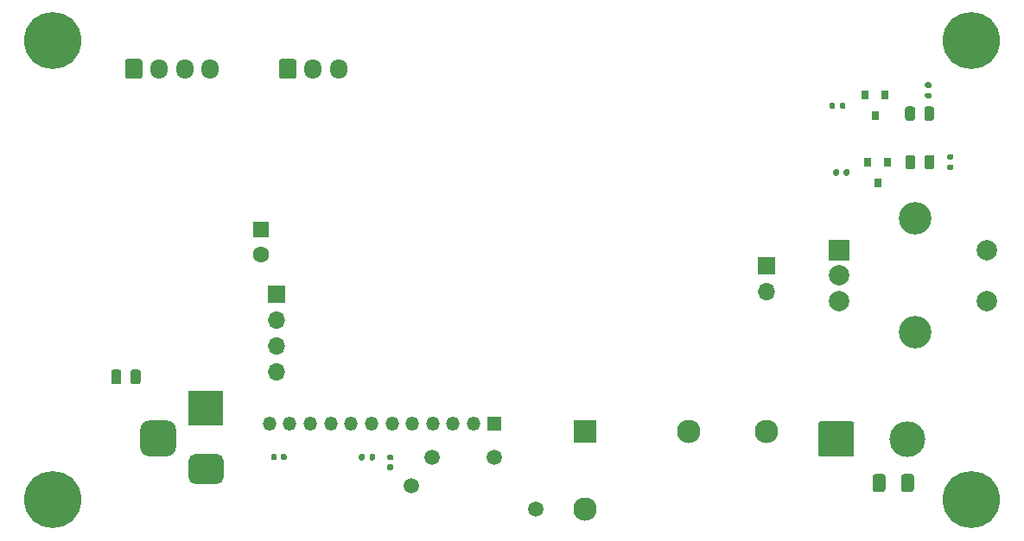
<source format=gbr>
%TF.GenerationSoftware,KiCad,Pcbnew,(5.1.10-1-10_14)*%
%TF.CreationDate,2022-07-31T12:18:55+02:00*%
%TF.ProjectId,RO Flow Counter,524f2046-6c6f-4772-9043-6f756e746572,rev?*%
%TF.SameCoordinates,Original*%
%TF.FileFunction,Soldermask,Top*%
%TF.FilePolarity,Negative*%
%FSLAX46Y46*%
G04 Gerber Fmt 4.6, Leading zero omitted, Abs format (unit mm)*
G04 Created by KiCad (PCBNEW (5.1.10-1-10_14)) date 2022-07-31 12:18:55*
%MOMM*%
%LPD*%
G01*
G04 APERTURE LIST*
%ADD10C,3.500000*%
%ADD11O,1.700000X1.700000*%
%ADD12R,1.700000X1.700000*%
%ADD13O,1.700000X1.950000*%
%ADD14C,1.500000*%
%ADD15R,3.500000X3.500000*%
%ADD16O,1.350000X1.350000*%
%ADD17R,1.350000X1.350000*%
%ADD18C,2.300000*%
%ADD19R,2.300000X2.300000*%
%ADD20R,2.000000X2.000000*%
%ADD21C,2.000000*%
%ADD22C,3.200000*%
%ADD23R,0.800000X0.900000*%
%ADD24C,5.600000*%
%ADD25C,1.600000*%
%ADD26R,1.600000X1.600000*%
G04 APERTURE END LIST*
D10*
%TO.C,J7*%
X212740000Y-99060000D03*
G36*
G01*
X203990000Y-100559999D02*
X203990000Y-97560001D01*
G75*
G02*
X204240001Y-97310000I250001J0D01*
G01*
X207239999Y-97310000D01*
G75*
G02*
X207490000Y-97560001I0J-250001D01*
G01*
X207490000Y-100559999D01*
G75*
G02*
X207239999Y-100810000I-250001J0D01*
G01*
X204240001Y-100810000D01*
G75*
G02*
X203990000Y-100559999I0J250001D01*
G01*
G37*
%TD*%
D11*
%TO.C,J1*%
X198882000Y-84582000D03*
D12*
X198882000Y-82042000D03*
%TD*%
D13*
%TO.C,J6*%
X144406000Y-62738000D03*
X141906000Y-62738000D03*
X139406000Y-62738000D03*
G36*
G01*
X136056000Y-63463000D02*
X136056000Y-62013000D01*
G75*
G02*
X136306000Y-61763000I250000J0D01*
G01*
X137506000Y-61763000D01*
G75*
G02*
X137756000Y-62013000I0J-250000D01*
G01*
X137756000Y-63463000D01*
G75*
G02*
X137506000Y-63713000I-250000J0D01*
G01*
X136306000Y-63713000D01*
G75*
G02*
X136056000Y-63463000I0J250000D01*
G01*
G37*
%TD*%
%TO.C,J5*%
X157000000Y-62738000D03*
X154500000Y-62738000D03*
G36*
G01*
X151150000Y-63463000D02*
X151150000Y-62013000D01*
G75*
G02*
X151400000Y-61763000I250000J0D01*
G01*
X152600000Y-61763000D01*
G75*
G02*
X152850000Y-62013000I0J-250000D01*
G01*
X152850000Y-63463000D01*
G75*
G02*
X152600000Y-63713000I-250000J0D01*
G01*
X151400000Y-63713000D01*
G75*
G02*
X151150000Y-63463000I0J250000D01*
G01*
G37*
%TD*%
D11*
%TO.C,J8*%
X150876000Y-92456000D03*
X150876000Y-89916000D03*
X150876000Y-87376000D03*
D12*
X150876000Y-84836000D03*
%TD*%
%TO.C,F1*%
G36*
G01*
X210553000Y-102753000D02*
X210553000Y-104003000D01*
G75*
G02*
X210303000Y-104253000I-250000J0D01*
G01*
X209553000Y-104253000D01*
G75*
G02*
X209303000Y-104003000I0J250000D01*
G01*
X209303000Y-102753000D01*
G75*
G02*
X209553000Y-102503000I250000J0D01*
G01*
X210303000Y-102503000D01*
G75*
G02*
X210553000Y-102753000I0J-250000D01*
G01*
G37*
G36*
G01*
X213353000Y-102753000D02*
X213353000Y-104003000D01*
G75*
G02*
X213103000Y-104253000I-250000J0D01*
G01*
X212353000Y-104253000D01*
G75*
G02*
X212103000Y-104003000I0J250000D01*
G01*
X212103000Y-102753000D01*
G75*
G02*
X212353000Y-102503000I250000J0D01*
G01*
X213103000Y-102503000D01*
G75*
G02*
X213353000Y-102753000I0J-250000D01*
G01*
G37*
%TD*%
D14*
%TO.C,TP8*%
X172212000Y-100838000D03*
%TD*%
%TO.C,TP6*%
X164084000Y-103632000D03*
%TD*%
%TO.C,TP4*%
X176276000Y-105918000D03*
%TD*%
%TO.C,TP11*%
X166116000Y-100838000D03*
%TD*%
%TO.C,J3*%
G36*
G01*
X140175000Y-100750000D02*
X138425000Y-100750000D01*
G75*
G02*
X137550000Y-99875000I0J875000D01*
G01*
X137550000Y-98125000D01*
G75*
G02*
X138425000Y-97250000I875000J0D01*
G01*
X140175000Y-97250000D01*
G75*
G02*
X141050000Y-98125000I0J-875000D01*
G01*
X141050000Y-99875000D01*
G75*
G02*
X140175000Y-100750000I-875000J0D01*
G01*
G37*
G36*
G01*
X145000000Y-103500000D02*
X143000000Y-103500000D01*
G75*
G02*
X142250000Y-102750000I0J750000D01*
G01*
X142250000Y-101250000D01*
G75*
G02*
X143000000Y-100500000I750000J0D01*
G01*
X145000000Y-100500000D01*
G75*
G02*
X145750000Y-101250000I0J-750000D01*
G01*
X145750000Y-102750000D01*
G75*
G02*
X145000000Y-103500000I-750000J0D01*
G01*
G37*
D15*
X144000000Y-96000000D03*
%TD*%
D16*
%TO.C,J2*%
X150212000Y-97536000D03*
X152212000Y-97536000D03*
X154212000Y-97536000D03*
X156212000Y-97536000D03*
X158212000Y-97536000D03*
X160212000Y-97536000D03*
X162212000Y-97536000D03*
X164212000Y-97536000D03*
X166212000Y-97536000D03*
X168212000Y-97536000D03*
X170212000Y-97536000D03*
D17*
X172212000Y-97536000D03*
%TD*%
D18*
%TO.C,K1*%
X181102000Y-105918000D03*
X198882000Y-98298000D03*
X191262000Y-98298000D03*
D19*
X181102000Y-98298000D03*
%TD*%
D20*
%TO.C,SW2*%
X205994000Y-80518000D03*
D21*
X205994000Y-83018000D03*
X205994000Y-85518000D03*
D22*
X213494000Y-77418000D03*
X213494000Y-88618000D03*
D21*
X220494000Y-80518000D03*
X220494000Y-85518000D03*
%TD*%
%TO.C,R6*%
G36*
G01*
X160006000Y-101023000D02*
X160006000Y-100653000D01*
G75*
G02*
X160141000Y-100518000I135000J0D01*
G01*
X160411000Y-100518000D01*
G75*
G02*
X160546000Y-100653000I0J-135000D01*
G01*
X160546000Y-101023000D01*
G75*
G02*
X160411000Y-101158000I-135000J0D01*
G01*
X160141000Y-101158000D01*
G75*
G02*
X160006000Y-101023000I0J135000D01*
G01*
G37*
G36*
G01*
X158986000Y-101023000D02*
X158986000Y-100653000D01*
G75*
G02*
X159121000Y-100518000I135000J0D01*
G01*
X159391000Y-100518000D01*
G75*
G02*
X159526000Y-100653000I0J-135000D01*
G01*
X159526000Y-101023000D01*
G75*
G02*
X159391000Y-101158000I-135000J0D01*
G01*
X159121000Y-101158000D01*
G75*
G02*
X158986000Y-101023000I0J135000D01*
G01*
G37*
%TD*%
%TO.C,R4*%
G36*
G01*
X217101000Y-71640000D02*
X216731000Y-71640000D01*
G75*
G02*
X216596000Y-71505000I0J135000D01*
G01*
X216596000Y-71235000D01*
G75*
G02*
X216731000Y-71100000I135000J0D01*
G01*
X217101000Y-71100000D01*
G75*
G02*
X217236000Y-71235000I0J-135000D01*
G01*
X217236000Y-71505000D01*
G75*
G02*
X217101000Y-71640000I-135000J0D01*
G01*
G37*
G36*
G01*
X217101000Y-72660000D02*
X216731000Y-72660000D01*
G75*
G02*
X216596000Y-72525000I0J135000D01*
G01*
X216596000Y-72255000D01*
G75*
G02*
X216731000Y-72120000I135000J0D01*
G01*
X217101000Y-72120000D01*
G75*
G02*
X217236000Y-72255000I0J-135000D01*
G01*
X217236000Y-72525000D01*
G75*
G02*
X217101000Y-72660000I-135000J0D01*
G01*
G37*
%TD*%
%TO.C,R3*%
G36*
G01*
X214941000Y-64604000D02*
X214571000Y-64604000D01*
G75*
G02*
X214436000Y-64469000I0J135000D01*
G01*
X214436000Y-64199000D01*
G75*
G02*
X214571000Y-64064000I135000J0D01*
G01*
X214941000Y-64064000D01*
G75*
G02*
X215076000Y-64199000I0J-135000D01*
G01*
X215076000Y-64469000D01*
G75*
G02*
X214941000Y-64604000I-135000J0D01*
G01*
G37*
G36*
G01*
X214941000Y-65624000D02*
X214571000Y-65624000D01*
G75*
G02*
X214436000Y-65489000I0J135000D01*
G01*
X214436000Y-65219000D01*
G75*
G02*
X214571000Y-65084000I135000J0D01*
G01*
X214941000Y-65084000D01*
G75*
G02*
X215076000Y-65219000I0J-135000D01*
G01*
X215076000Y-65489000D01*
G75*
G02*
X214941000Y-65624000I-135000J0D01*
G01*
G37*
%TD*%
%TO.C,R2*%
G36*
G01*
X206106000Y-66553000D02*
X206106000Y-66183000D01*
G75*
G02*
X206241000Y-66048000I135000J0D01*
G01*
X206511000Y-66048000D01*
G75*
G02*
X206646000Y-66183000I0J-135000D01*
G01*
X206646000Y-66553000D01*
G75*
G02*
X206511000Y-66688000I-135000J0D01*
G01*
X206241000Y-66688000D01*
G75*
G02*
X206106000Y-66553000I0J135000D01*
G01*
G37*
G36*
G01*
X205086000Y-66553000D02*
X205086000Y-66183000D01*
G75*
G02*
X205221000Y-66048000I135000J0D01*
G01*
X205491000Y-66048000D01*
G75*
G02*
X205626000Y-66183000I0J-135000D01*
G01*
X205626000Y-66553000D01*
G75*
G02*
X205491000Y-66688000I-135000J0D01*
G01*
X205221000Y-66688000D01*
G75*
G02*
X205086000Y-66553000I0J135000D01*
G01*
G37*
%TD*%
%TO.C,R1*%
G36*
G01*
X206486000Y-73083000D02*
X206486000Y-72713000D01*
G75*
G02*
X206621000Y-72578000I135000J0D01*
G01*
X206891000Y-72578000D01*
G75*
G02*
X207026000Y-72713000I0J-135000D01*
G01*
X207026000Y-73083000D01*
G75*
G02*
X206891000Y-73218000I-135000J0D01*
G01*
X206621000Y-73218000D01*
G75*
G02*
X206486000Y-73083000I0J135000D01*
G01*
G37*
G36*
G01*
X205466000Y-73083000D02*
X205466000Y-72713000D01*
G75*
G02*
X205601000Y-72578000I135000J0D01*
G01*
X205871000Y-72578000D01*
G75*
G02*
X206006000Y-72713000I0J-135000D01*
G01*
X206006000Y-73083000D01*
G75*
G02*
X205871000Y-73218000I-135000J0D01*
G01*
X205601000Y-73218000D01*
G75*
G02*
X205466000Y-73083000I0J135000D01*
G01*
G37*
%TD*%
D23*
%TO.C,Q2*%
X209550000Y-67294000D03*
X208600000Y-65294000D03*
X210500000Y-65294000D03*
%TD*%
%TO.C,Q1*%
X209804000Y-73898000D03*
X208854000Y-71898000D03*
X210754000Y-71898000D03*
%TD*%
D24*
%TO.C,H4*%
X129000000Y-60000000D03*
%TD*%
%TO.C,H3*%
X129000000Y-105000000D03*
%TD*%
%TO.C,H2*%
X219000000Y-60000000D03*
%TD*%
%TO.C,H1*%
X219000000Y-105000000D03*
%TD*%
%TO.C,D2*%
G36*
G01*
X213496500Y-71425750D02*
X213496500Y-72338250D01*
G75*
G02*
X213252750Y-72582000I-243750J0D01*
G01*
X212765250Y-72582000D01*
G75*
G02*
X212521500Y-72338250I0J243750D01*
G01*
X212521500Y-71425750D01*
G75*
G02*
X212765250Y-71182000I243750J0D01*
G01*
X213252750Y-71182000D01*
G75*
G02*
X213496500Y-71425750I0J-243750D01*
G01*
G37*
G36*
G01*
X215371500Y-71425750D02*
X215371500Y-72338250D01*
G75*
G02*
X215127750Y-72582000I-243750J0D01*
G01*
X214640250Y-72582000D01*
G75*
G02*
X214396500Y-72338250I0J243750D01*
G01*
X214396500Y-71425750D01*
G75*
G02*
X214640250Y-71182000I243750J0D01*
G01*
X215127750Y-71182000D01*
G75*
G02*
X215371500Y-71425750I0J-243750D01*
G01*
G37*
%TD*%
%TO.C,D1*%
G36*
G01*
X213465500Y-66673750D02*
X213465500Y-67586250D01*
G75*
G02*
X213221750Y-67830000I-243750J0D01*
G01*
X212734250Y-67830000D01*
G75*
G02*
X212490500Y-67586250I0J243750D01*
G01*
X212490500Y-66673750D01*
G75*
G02*
X212734250Y-66430000I243750J0D01*
G01*
X213221750Y-66430000D01*
G75*
G02*
X213465500Y-66673750I0J-243750D01*
G01*
G37*
G36*
G01*
X215340500Y-66673750D02*
X215340500Y-67586250D01*
G75*
G02*
X215096750Y-67830000I-243750J0D01*
G01*
X214609250Y-67830000D01*
G75*
G02*
X214365500Y-67586250I0J243750D01*
G01*
X214365500Y-66673750D01*
G75*
G02*
X214609250Y-66430000I243750J0D01*
G01*
X215096750Y-66430000D01*
G75*
G02*
X215340500Y-66673750I0J-243750D01*
G01*
G37*
%TD*%
D25*
%TO.C,C6*%
X149352000Y-80986000D03*
D26*
X149352000Y-78486000D03*
%TD*%
%TO.C,C4*%
G36*
G01*
X135694000Y-92489000D02*
X135694000Y-93439000D01*
G75*
G02*
X135444000Y-93689000I-250000J0D01*
G01*
X134944000Y-93689000D01*
G75*
G02*
X134694000Y-93439000I0J250000D01*
G01*
X134694000Y-92489000D01*
G75*
G02*
X134944000Y-92239000I250000J0D01*
G01*
X135444000Y-92239000D01*
G75*
G02*
X135694000Y-92489000I0J-250000D01*
G01*
G37*
G36*
G01*
X137594000Y-92489000D02*
X137594000Y-93439000D01*
G75*
G02*
X137344000Y-93689000I-250000J0D01*
G01*
X136844000Y-93689000D01*
G75*
G02*
X136594000Y-93439000I0J250000D01*
G01*
X136594000Y-92489000D01*
G75*
G02*
X136844000Y-92239000I250000J0D01*
G01*
X137344000Y-92239000D01*
G75*
G02*
X137594000Y-92489000I0J-250000D01*
G01*
G37*
%TD*%
%TO.C,C3*%
G36*
G01*
X151330000Y-101008000D02*
X151330000Y-100668000D01*
G75*
G02*
X151470000Y-100528000I140000J0D01*
G01*
X151750000Y-100528000D01*
G75*
G02*
X151890000Y-100668000I0J-140000D01*
G01*
X151890000Y-101008000D01*
G75*
G02*
X151750000Y-101148000I-140000J0D01*
G01*
X151470000Y-101148000D01*
G75*
G02*
X151330000Y-101008000I0J140000D01*
G01*
G37*
G36*
G01*
X150370000Y-101008000D02*
X150370000Y-100668000D01*
G75*
G02*
X150510000Y-100528000I140000J0D01*
G01*
X150790000Y-100528000D01*
G75*
G02*
X150930000Y-100668000I0J-140000D01*
G01*
X150930000Y-101008000D01*
G75*
G02*
X150790000Y-101148000I-140000J0D01*
G01*
X150510000Y-101148000D01*
G75*
G02*
X150370000Y-101008000I0J140000D01*
G01*
G37*
%TD*%
%TO.C,C2*%
G36*
G01*
X161882000Y-100586000D02*
X162222000Y-100586000D01*
G75*
G02*
X162362000Y-100726000I0J-140000D01*
G01*
X162362000Y-101006000D01*
G75*
G02*
X162222000Y-101146000I-140000J0D01*
G01*
X161882000Y-101146000D01*
G75*
G02*
X161742000Y-101006000I0J140000D01*
G01*
X161742000Y-100726000D01*
G75*
G02*
X161882000Y-100586000I140000J0D01*
G01*
G37*
G36*
G01*
X161882000Y-101546000D02*
X162222000Y-101546000D01*
G75*
G02*
X162362000Y-101686000I0J-140000D01*
G01*
X162362000Y-101966000D01*
G75*
G02*
X162222000Y-102106000I-140000J0D01*
G01*
X161882000Y-102106000D01*
G75*
G02*
X161742000Y-101966000I0J140000D01*
G01*
X161742000Y-101686000D01*
G75*
G02*
X161882000Y-101546000I140000J0D01*
G01*
G37*
%TD*%
M02*

</source>
